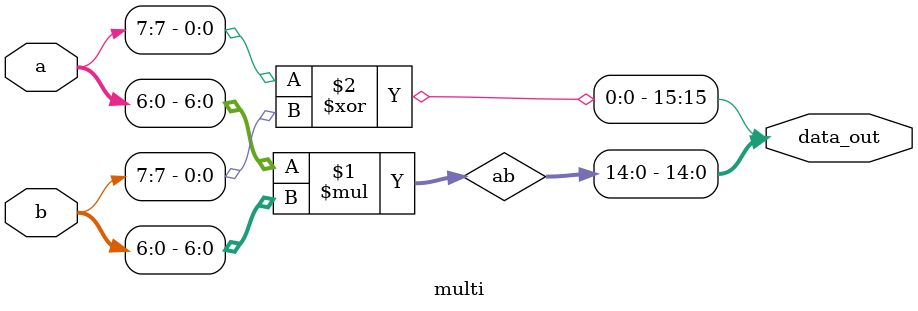
<source format=v>
module multi(
					a,
					b,
					data_out
);

input [7:0]a,b;

output [15:0]data_out;

wire [14:0]ab;

assign ab = a[6:0] * b[6:0];
assign data_out = {a[7]^b[7],ab};


endmodule


</source>
